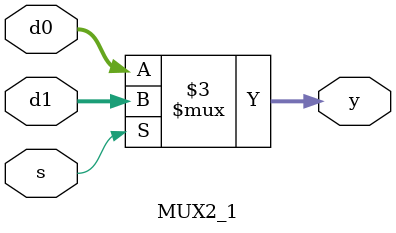
<source format=v>
module MUX2_1(d0, d1, s, y);
input [3:0]  d1, d0;
input        s;
output [3:0] y;

reg    [3:0] y;

always@( s or d1 or d0 )
begin
   if (s)
          y = d1;
   else
          y = d0;
end

endmodule
</source>
